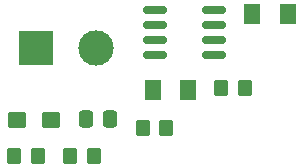
<source format=gbr>
%TF.GenerationSoftware,KiCad,Pcbnew,(6.0.10)*%
%TF.CreationDate,2023-02-17T09:19:47-08:00*%
%TF.ProjectId,exerciseII,65786572-6369-4736-9549-492e6b696361,rev?*%
%TF.SameCoordinates,Original*%
%TF.FileFunction,Soldermask,Top*%
%TF.FilePolarity,Negative*%
%FSLAX46Y46*%
G04 Gerber Fmt 4.6, Leading zero omitted, Abs format (unit mm)*
G04 Created by KiCad (PCBNEW (6.0.10)) date 2023-02-17 09:19:47*
%MOMM*%
%LPD*%
G01*
G04 APERTURE LIST*
G04 Aperture macros list*
%AMRoundRect*
0 Rectangle with rounded corners*
0 $1 Rounding radius*
0 $2 $3 $4 $5 $6 $7 $8 $9 X,Y pos of 4 corners*
0 Add a 4 corners polygon primitive as box body*
4,1,4,$2,$3,$4,$5,$6,$7,$8,$9,$2,$3,0*
0 Add four circle primitives for the rounded corners*
1,1,$1+$1,$2,$3*
1,1,$1+$1,$4,$5*
1,1,$1+$1,$6,$7*
1,1,$1+$1,$8,$9*
0 Add four rect primitives between the rounded corners*
20,1,$1+$1,$2,$3,$4,$5,0*
20,1,$1+$1,$4,$5,$6,$7,0*
20,1,$1+$1,$6,$7,$8,$9,0*
20,1,$1+$1,$8,$9,$2,$3,0*%
G04 Aperture macros list end*
%ADD10R,3.000000X3.000000*%
%ADD11C,3.000000*%
%ADD12RoundRect,0.250001X-0.462499X-0.624999X0.462499X-0.624999X0.462499X0.624999X-0.462499X0.624999X0*%
%ADD13RoundRect,0.250000X-0.350000X-0.450000X0.350000X-0.450000X0.350000X0.450000X-0.350000X0.450000X0*%
%ADD14RoundRect,0.250000X0.350000X0.450000X-0.350000X0.450000X-0.350000X-0.450000X0.350000X-0.450000X0*%
%ADD15RoundRect,0.150000X-0.825000X-0.150000X0.825000X-0.150000X0.825000X0.150000X-0.825000X0.150000X0*%
%ADD16RoundRect,0.250000X0.337500X0.475000X-0.337500X0.475000X-0.337500X-0.475000X0.337500X-0.475000X0*%
%ADD17RoundRect,0.250000X-0.537500X-0.425000X0.537500X-0.425000X0.537500X0.425000X-0.537500X0.425000X0*%
G04 APERTURE END LIST*
D10*
%TO.C,J1*%
X25590000Y-24380000D03*
D11*
X30670000Y-24380000D03*
%TD*%
D12*
%TO.C,D2*%
X43887500Y-21550000D03*
X46862500Y-21550000D03*
%TD*%
D13*
%TO.C,R1*%
X28480000Y-33530000D03*
X30480000Y-33530000D03*
%TD*%
D14*
%TO.C,R3*%
X43270000Y-27780000D03*
X41270000Y-27780000D03*
%TD*%
%TO.C,R4*%
X25730000Y-33530000D03*
X23730000Y-33530000D03*
%TD*%
D13*
%TO.C,R2*%
X34590000Y-31170000D03*
X36590000Y-31170000D03*
%TD*%
D15*
%TO.C,U1*%
X35655000Y-21175000D03*
X35655000Y-22445000D03*
X35655000Y-23715000D03*
X35655000Y-24985000D03*
X40605000Y-24985000D03*
X40605000Y-23715000D03*
X40605000Y-22445000D03*
X40605000Y-21175000D03*
%TD*%
D16*
%TO.C,C2*%
X31847500Y-30410000D03*
X29772500Y-30410000D03*
%TD*%
D12*
%TO.C,D1*%
X35437500Y-28000000D03*
X38412500Y-28000000D03*
%TD*%
D17*
%TO.C,C1*%
X23962500Y-30480000D03*
X26837500Y-30480000D03*
%TD*%
M02*

</source>
